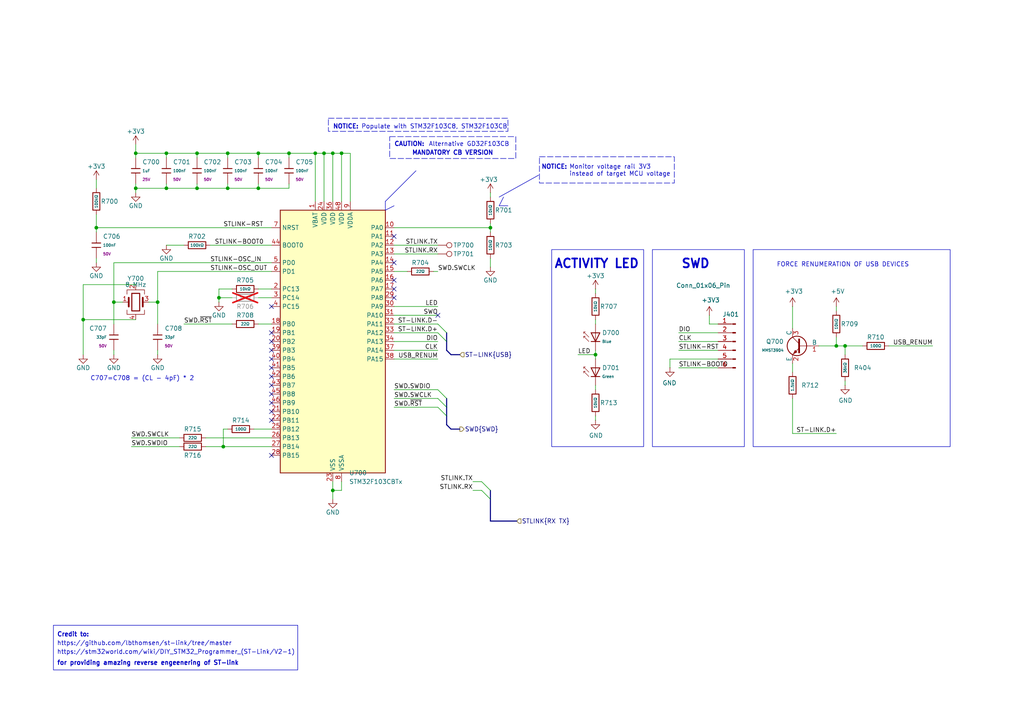
<source format=kicad_sch>
(kicad_sch (version 20250114) (generator "eeschema") (generator_version "9.0")
  (paper "A4")
  (title_block (title "ModuCard power supply unit") (date "2025-08-05") (rev "0") (company "KoNaR") (comment 1 "Base project authors: Dominik Pluta, Artem Horiunov") (comment 2 "Project author: Maciej Chodowiec"))
  (rectangle (start 218.44 72.39) (end 275.59 129.54))
  (rectangle (start 189.23 72.39) (end 215.9 129.54))
  (rectangle (start 113.03 39.624) (end 149.606 45.974) (stroke (width 0) (type dash)))
  (rectangle (start 160.02 72.39) (end 186.69 129.54))
  (rectangle (start 15.494 181.356) (end 86.36 194.31))
  (rectangle (start 156.464 45.466) (end 195.58 53.086) (stroke (width 0) (type dash)))
  (rectangle (start 95.25 34.29) (end 147.32 38.1) (stroke (width 0) (type dash)))
  (text "Alternative GD32F103CB " (at 136.525 41.91 0) (effects (font (size 1.27 1.27))))
  (text "SWD\n" (at 197.485 78.105 0) (effects (font (size 2.54 2.54) (thickness 0.508) (bold yes)) (justify left bottom)))
  (text "NOTICE:" (at 96.52 36.83 0) (effects (font (size 1.27 1.27) (bold yes)) (justify left)))
  (text "C707=C708 = (CL - 4pF) * 2\n" (at 41.275 109.855 0) (effects (font (size 1.27 1.27))))
  (text "Monitor voltage rail 3V3 \ninstead of target MCU voltage" (at 165.1 49.53 0) (effects (font (size 1.27 1.27)) (justify left)))
  (text "https://stm32world.com/wiki/DIY_STM32_Programmer_(ST-Link/V2-1)" (at 16.51 189.23 0) (effects (font (size 1.27 1.27)) (justify left)))
  (text "CAUTION:" (at 118.745 41.91 0) (effects (font (size 1.27 1.27) (bold yes))))
  (text "Populate with STM32F103C8, STM32F103CB\n" (at 104.775 36.83 0) (effects (font (size 1.27 1.27)) (justify left)))
  (text "ACTIVITY LED\n" (at 160.655 78.105 0) (effects (font (size 2.54 2.54) (thickness 0.508) (bold yes)) (justify left bottom)))
  (text "for providing amazing reverse engeenering of ST-link\n" (at 16.51 192.405 0) (effects (font (size 1.27 1.27) (bold yes)) (justify left)))
  (text " MANDATORY CB VERSION" (at 130.81 44.45 0) (effects (font (size 1.27 1.27) (bold yes))))
  (text "FORCE RENUMERATION OF USB DEVICES" (at 244.475 76.835 0) (effects (font (size 1.27 1.27))))
  (text "https://github.com/lbthomsen/st-link/tree/master" (at 16.51 186.69 0) (effects (font (size 1.27 1.27)) (justify left)))
  (text "NOTICE:" (at 160.782 48.514 0) (effects (font (size 1.27 1.27) (bold yes))))
  (text "Credit to:" (at 16.51 184.15 0) (effects (font (size 1.27 1.27) (bold yes)) (justify left)))
  (junction (at 63.5 86.36))
  (junction (at 39.37 44.45))
  (junction (at 66.04 54.61))
  (junction (at 27.94 66.04))
  (junction (at 83.82 44.45))
  (junction (at 91.44 44.45))
  (junction (at 39.37 54.61))
  (junction (at 99.06 44.45))
  (junction (at 66.04 44.45))
  (junction (at 74.93 44.45))
  (junction (at 245.11 100.33))
  (junction (at 48.26 44.45))
  (junction (at 33.02 87.63))
  (junction (at 172.72 102.87))
  (junction (at 96.52 44.45))
  (junction (at 57.15 44.45))
  (junction (at 64.77 129.54))
  (junction (at 96.52 142.24))
  (junction (at 57.15 54.61))
  (junction (at 24.13 92.71))
  (junction (at 242.57 100.33))
  (junction (at 48.26 54.61))
  (junction (at 93.98 44.45))
  (junction (at 45.72 87.63))
  (junction (at 74.93 54.61))
  (junction (at 142.24 66.04))
  (no_connect (at 114.3 76.2))
  (no_connect (at 78.74 99.06))
  (no_connect (at 78.74 106.68))
  (no_connect (at 78.74 88.9))
  (no_connect (at 78.74 121.92))
  (no_connect (at 78.74 111.76))
  (no_connect (at 114.3 86.36))
  (no_connect (at 78.74 114.3))
  (no_connect (at 78.74 132.08))
  (no_connect (at 114.3 68.58))
  (no_connect (at 78.74 96.52))
  (no_connect (at 114.3 83.82))
  (no_connect (at 127 91.44))
  (no_connect (at 78.74 101.6))
  (no_connect (at 114.3 81.28))
  (no_connect (at 78.74 119.38))
  (no_connect (at 78.74 116.84))
  (no_connect (at 78.74 104.14))
  (no_connect (at 78.74 109.22))
  (bus_entry (at 127 115.57) (size 2.54 2.54))
  (bus_entry (at 127 96.52) (size 2.54 2.54))
  (bus_entry (at 139.7 142.24) (size 2.54 2.54))
  (bus_entry (at 127 93.98) (size 2.54 2.54))
  (bus_entry (at 127 118.11) (size 2.54 2.54))
  (bus_entry (at 139.7 139.7) (size 2.54 2.54))
  (bus_entry (at 127 113.03) (size 2.54 2.54))
  (wire (pts (xy 27.94 66.04) (xy 78.74 66.04)))
  (wire (pts (xy 114.3 73.66) (xy 127 73.66)))
  (bus (pts (xy 142.24 151.13) (xy 149.86 151.13)))
  (bus (pts (xy 130.81 102.87) (xy 129.54 101.6)))
  (wire (pts (xy 245.11 110.49) (xy 245.11 111.76)))
  (wire (pts (xy 229.87 125.73) (xy 242.57 125.73)))
  (wire (pts (xy 242.57 100.33) (xy 245.11 100.33)))
  (bus (pts (xy 129.54 99.06) (xy 129.54 101.6)))
  (wire (pts (xy 38.1 129.54) (xy 52.07 129.54)))
  (wire (pts (xy 99.06 44.45) (xy 99.06 58.42)))
  (bus (pts (xy 130.81 124.46) (xy 133.35 124.46)))
  (wire (pts (xy 38.1 127) (xy 52.07 127)))
  (wire (pts (xy 101.6 58.42) (xy 101.6 44.45)))
  (wire (pts (xy 74.93 54.61) (xy 83.82 54.61)))
  (wire (pts (xy 39.37 41.91) (xy 39.37 44.45)))
  (wire (pts (xy 48.26 44.45) (xy 57.15 44.45)))
  (wire (pts (xy 33.02 76.2) (xy 33.02 87.63)))
  (polyline (pts (xy 111.76 58.42) (xy 111.76 60.96)))
  (wire (pts (xy 114.3 93.98) (xy 127 93.98)))
  (wire (pts (xy 66.04 53.34) (xy 66.04 54.61)))
  (wire (pts (xy 114.3 78.74) (xy 118.11 78.74)))
  (wire (pts (xy 114.3 91.44) (xy 127 91.44)))
  (wire (pts (xy 196.85 106.68) (xy 208.28 106.68)))
  (wire (pts (xy 196.85 101.6) (xy 208.28 101.6)))
  (wire (pts (xy 64.77 124.46) (xy 64.77 129.54)))
  (wire (pts (xy 96.52 142.24) (xy 96.52 144.78)))
  (wire (pts (xy 127 104.14) (xy 114.3 104.14)))
  (wire (pts (xy 142.24 66.04) (xy 142.24 67.31)))
  (wire (pts (xy 114.3 113.03) (xy 127 113.03)))
  (bus (pts (xy 130.81 102.87) (xy 133.35 102.87)))
  (wire (pts (xy 242.57 100.33) (xy 237.49 100.33)))
  (bus (pts (xy 129.54 123.19) (xy 130.81 124.46)))
  (wire (pts (xy 101.6 44.45) (xy 99.06 44.45)))
  (wire (pts (xy 99.06 139.7) (xy 99.06 142.24)))
  (wire (pts (xy 39.37 82.55) (xy 24.13 82.55)))
  (wire (pts (xy 33.02 76.2) (xy 78.74 76.2)))
  (wire (pts (xy 63.5 83.82) (xy 63.5 86.36)))
  (wire (pts (xy 27.94 66.04) (xy 27.94 67.31)))
  (wire (pts (xy 245.11 102.87) (xy 245.11 100.33)))
  (wire (pts (xy 64.77 124.46) (xy 66.04 124.46)))
  (wire (pts (xy 172.72 121.92) (xy 172.72 120.65)))
  (wire (pts (xy 74.93 83.82) (xy 78.74 83.82)))
  (wire (pts (xy 74.93 44.45) (xy 83.82 44.45)))
  (wire (pts (xy 57.15 44.45) (xy 57.15 45.72)))
  (wire (pts (xy 99.06 44.45) (xy 96.52 44.45)))
  (wire (pts (xy 53.34 93.98) (xy 67.31 93.98)))
  (wire (pts (xy 270.51 100.33) (xy 257.81 100.33)))
  (wire (pts (xy 205.74 91.44) (xy 205.74 93.98)))
  (wire (pts (xy 229.87 105.41) (xy 229.87 107.95)))
  (wire (pts (xy 196.85 99.06) (xy 208.28 99.06)))
  (wire (pts (xy 57.15 44.45) (xy 66.04 44.45)))
  (wire (pts (xy 127 88.9) (xy 114.3 88.9)))
  (bus (pts (xy 129.54 118.11) (xy 129.54 115.57)))
  (wire (pts (xy 33.02 87.63) (xy 33.02 93.98)))
  (wire (pts (xy 66.04 44.45) (xy 74.93 44.45)))
  (wire (pts (xy 48.26 44.45) (xy 48.26 45.72)))
  (wire (pts (xy 96.52 142.24) (xy 99.06 142.24)))
  (wire (pts (xy 114.3 96.52) (xy 127 96.52)))
  (wire (pts (xy 59.69 127) (xy 78.74 127)))
  (wire (pts (xy 242.57 97.79) (xy 242.57 100.33)))
  (bus (pts (xy 129.54 120.65) (xy 129.54 123.19)))
  (wire (pts (xy 142.24 64.77) (xy 142.24 66.04)))
  (wire (pts (xy 39.37 54.61) (xy 48.26 54.61)))
  (wire (pts (xy 127 101.6) (xy 114.3 101.6)))
  (bus (pts (xy 142.24 142.24) (xy 142.24 144.78)))
  (wire (pts (xy 24.13 92.71) (xy 24.13 102.87)))
  (polyline (pts (xy 111.76 60.96) (xy 114.3 59.69)))
  (wire (pts (xy 96.52 44.45) (xy 96.52 58.42)))
  (wire (pts (xy 114.3 115.57) (xy 127 115.57)))
  (wire (pts (xy 60.96 71.12) (xy 78.74 71.12)))
  (wire (pts (xy 83.82 53.34) (xy 83.82 54.61)))
  (wire (pts (xy 27.94 74.93) (xy 27.94 76.2)))
  (wire (pts (xy 229.87 115.57) (xy 229.87 125.73)))
  (wire (pts (xy 172.72 85.09) (xy 172.72 83.82)))
  (wire (pts (xy 45.72 87.63) (xy 45.72 93.98)))
  (wire (pts (xy 91.44 44.45) (xy 93.98 44.45)))
  (wire (pts (xy 194.31 104.14) (xy 208.28 104.14)))
  (wire (pts (xy 39.37 44.45) (xy 48.26 44.45)))
  (wire (pts (xy 78.74 86.36) (xy 74.93 86.36)))
  (wire (pts (xy 43.18 87.63) (xy 45.72 87.63)))
  (wire (pts (xy 74.93 53.34) (xy 74.93 54.61)))
  (wire (pts (xy 39.37 53.34) (xy 39.37 54.61)))
  (wire (pts (xy 142.24 55.88) (xy 142.24 57.15)))
  (wire (pts (xy 48.26 71.12) (xy 53.34 71.12)))
  (wire (pts (xy 73.66 124.46) (xy 78.74 124.46)))
  (wire (pts (xy 83.82 44.45) (xy 91.44 44.45)))
  (wire (pts (xy 114.3 71.12) (xy 127 71.12)))
  (wire (pts (xy 27.94 52.07) (xy 27.94 54.61)))
  (wire (pts (xy 64.77 129.54) (xy 78.74 129.54)))
  (wire (pts (xy 142.24 74.93) (xy 142.24 77.47)))
  (wire (pts (xy 48.26 53.34) (xy 48.26 54.61)))
  (wire (pts (xy 63.5 83.82) (xy 67.31 83.82)))
  (wire (pts (xy 74.93 44.45) (xy 74.93 45.72)))
  (wire (pts (xy 114.3 66.04) (xy 142.24 66.04)))
  (bus (pts (xy 142.24 144.78) (xy 142.24 151.13)))
  (bus (pts (xy 129.54 118.11) (xy 129.54 120.65)))
  (bus (pts (xy 129.54 96.52) (xy 129.54 99.06)))
  (wire (pts (xy 45.72 78.74) (xy 78.74 78.74)))
  (wire (pts (xy 57.15 53.34) (xy 57.15 54.61)))
  (wire (pts (xy 172.72 111.76) (xy 172.72 113.03)))
  (wire (pts (xy 27.94 62.23) (xy 27.94 66.04)))
  (wire (pts (xy 242.57 88.9) (xy 242.57 90.17)))
  (wire (pts (xy 229.87 88.9) (xy 229.87 95.25)))
  (polyline (pts (xy 156.21 50.8) (xy 144.78 57.15)))
  (wire (pts (xy 63.5 86.36) (xy 63.5 87.63)))
  (wire (pts (xy 66.04 54.61) (xy 74.93 54.61)))
  (wire (pts (xy 45.72 78.74) (xy 45.72 87.63)))
  (wire (pts (xy 74.93 93.98) (xy 78.74 93.98)))
  (wire (pts (xy 250.19 100.33) (xy 245.11 100.33)))
  (polyline (pts (xy 144.78 59.69) (xy 147.32 59.69)))
  (wire (pts (xy 39.37 44.45) (xy 39.37 45.72)))
  (wire (pts (xy 137.16 142.24) (xy 139.7 142.24)))
  (wire (pts (xy 39.37 54.61) (xy 39.37 55.88)))
  (wire (pts (xy 33.02 87.63) (xy 35.56 87.63)))
  (wire (pts (xy 24.13 92.71) (xy 39.37 92.71)))
  (wire (pts (xy 114.3 99.06) (xy 127 99.06)))
  (wire (pts (xy 196.85 96.52) (xy 208.28 96.52)))
  (wire (pts (xy 48.26 54.61) (xy 57.15 54.61)))
  (wire (pts (xy 91.44 44.45) (xy 91.44 58.42)))
  (wire (pts (xy 205.74 93.98) (xy 208.28 93.98)))
  (wire (pts (xy 93.98 44.45) (xy 93.98 58.42)))
  (wire (pts (xy 114.3 118.11) (xy 127 118.11)))
  (wire (pts (xy 45.72 101.6) (xy 45.72 102.87)))
  (wire (pts (xy 172.72 93.98) (xy 172.72 92.71)))
  (wire (pts (xy 59.69 129.54) (xy 64.77 129.54)))
  (wire (pts (xy 66.04 44.45) (xy 66.04 45.72)))
  (polyline (pts (xy 144.78 59.69) (xy 146.05 57.15)))
  (wire (pts (xy 172.72 102.87) (xy 167.64 102.87)))
  (wire (pts (xy 63.5 86.36) (xy 67.31 86.36)))
  (wire (pts (xy 125.73 78.74) (xy 127 78.74)))
  (wire (pts (xy 33.02 101.6) (xy 33.02 102.87)))
  (wire (pts (xy 57.15 54.61) (xy 66.04 54.61)))
  (wire (pts (xy 172.72 101.6) (xy 172.72 102.87)))
  (wire (pts (xy 96.52 139.7) (xy 96.52 142.24)))
  (wire (pts (xy 83.82 45.72) (xy 83.82 44.45)))
  (wire (pts (xy 96.52 44.45) (xy 93.98 44.45)))
  (wire (pts (xy 172.72 104.14) (xy 172.72 102.87)))
  (wire (pts (xy 24.13 82.55) (xy 24.13 92.71)))
  (polyline (pts (xy 120.65 49.53) (xy 111.76 58.42)))
  (wire (pts (xy 194.31 104.14) (xy 194.31 106.68)))
  (wire (pts (xy 137.16 139.7) (xy 139.7 139.7)))
  (label "STLINK.RX" (at 137.16 142.24 180))
  (label "STLINK.RX" (at 127 73.66 180))
  (label "STLINK-BOOT0" (at 196.85 106.68 0))
  (label "SWO" (at 127 91.44 180))
  (label "ST-LINK.D-" (at 127 93.98 180))
  (label "STLINK-RST" (at 196.85 101.6 0))
  (label "STLINK.TX" (at 137.16 139.7 180))
  (label "USB_RENUM" (at 127 104.14 180))
  (label "SWD.SWDIO" (at 114.3 113.03 0))
  (label "STLINK.TX" (at 127 71.12 180))
  (label "STLINK-BOOT0" (at 62.23 71.12 0))
  (label "SWD.SWCLK" (at 114.3 115.57 0))
  (label "SWD.SWDIO" (at 38.1 129.54 0))
  (label "CLK" (at 196.85 99.06 0))
  (label "LED" (at 127 88.9 180))
  (label "LED" (at 167.64 102.87 0))
  (label "STLINK-RST" (at 64.77 66.04 0))
  (label "STLINK-OSC_OUT" (at 60.96 78.74 0))
  (label "ST-LINK.D+" (at 127 96.52 180))
  (label "USB_RENUM" (at 270.51 100.33 180))
  (label "SWD.~{RST}" (at 114.3 118.11 0))
  (label "SWD.SWCLK" (at 127 78.74 0))
  (label "STLINK-OSC_IN" (at 60.96 76.2 0))
  (label "ST-LINK.D+" (at 242.57 125.73 180))
  (label "SWD.~{RST}" (at 53.34 93.98 0))
  (label "SWD.SWCLK" (at 38.1 127 0))
  (label "DIO" (at 196.85 96.52 0))
  (label "CLK" (at 127 101.6 180))
  (label "DIO" (at 127 99.06 180))
  (hierarchical_label "STLINK{RX TX}" (shape input) (at 149.86 151.13 0))
  (hierarchical_label "SWD{SWD}" (shape output) (at 133.35 124.46 0))
  (hierarchical_label "ST-LINK{USB}" (shape input) (at 133.35 102.87 0))
  (symbol (lib_id "PCM_JLCPCB-Capacitors:0402,33pF") (at 33.02 97.79 0) (unit 1)
    (property "Reference" "C707" (at 30.988 95.2499 0) (effects (justify right)))
    (property "Value" "33pF" (at 30.988 97.79 0) (effects (font (size 0.8 0.8)) (justify right)))
    (property "Footprint" "PCM_JLCPCB:C_0402" (effects (hide yes)))
    (property "Datasheet" "https://www.lcsc.com/datasheet/lcsc_datasheet_2304140030_FH--Guangdong-Fenghua-Advanced-Tech-0402CG330J500NT_C1562.pdf" (effects (hide yes)))
    (property "Description" "50V 33pF C0G ±5% 0402 Multilayer Ceramic Capacitors MLCC - SMD/SMT ROHS" (effects (hide yes)))
    (property "LCSC" "C1562" (effects (hide yes)))
    (property "Stock" "404899" (effects (hide yes)))
    (property "Price" "0.004USD" (effects (hide yes)))
    (property "Process" "SMT" (effects (hide yes)))
    (property "Minimum Qty" "20" (effects (hide yes)))
    (property "Attrition Qty" "10" (effects (hide yes)))
    (property "Class" "Basic Component" (effects (hide yes)))
    (property "Category" "Capacitors,Multilayer Ceramic Capacitors MLCC - SMD/SMT" (effects (hide yes)))
    (property "Manufacturer" "FH(Guangdong Fenghua Advanced Tech)" (effects (hide yes)))
    (property "Part" "0402CG330J500NT" (effects (hide yes)))
    (property "Voltage Rated" "50V" (at 30.988 100.33 0) (effects (font (size 0.8 0.8)) (justify right)))
    (property "Tolerance" "±5%" (effects (hide yes)))
    (property "Capacitance" "33pF" (effects (hide yes)))
    (property "Temperature Coefficient" "C0G" (effects (hide yes)))
  )
  (symbol (lib_id "power:GND") (at 27.94 76.2 0) (unit 1)
    (property "Reference" "#PWR0705" (effects (hide yes)))
    (property "Value" "GND" (at 27.94 80.01 0))
    (property "Description" "Power symbol creates a global label with name \"GND\" , ground" (effects (hide yes)))
  )
  (symbol (lib_id "PCM_JLCPCB-Capacitors:0402,100nF,(2)") (at 27.94 71.12 0) (unit 1)
    (property "Reference" "C706" (at 29.845 68.5799 0) (effects (justify left)))
    (property "Value" "100nF" (at 29.845 71.12 0) (effects (font (size 0.8 0.8)) (justify left)))
    (property "Footprint" "PCM_JLCPCB:C_0402" (effects (hide yes)))
    (property "Datasheet" "https://www.lcsc.com/datasheet/lcsc_datasheet_2304140030_Samsung-Electro-Mechanics-CL05B104KB54PNC_C307331.pdf" (effects (hide yes)))
    (property "Description" "50V 100nF X7R ±10% 0402 Multilayer Ceramic Capacitors MLCC - SMD/SMT ROHS" (effects (hide yes)))
    (property "LCSC" "C307331" (effects (hide yes)))
    (property "Stock" "8389599" (effects (hide yes)))
    (property "Price" "0.008USD" (effects (hide yes)))
    (property "Process" "SMT" (effects (hide yes)))
    (property "Minimum Qty" "20" (effects (hide yes)))
    (property "Attrition Qty" "10" (effects (hide yes)))
    (property "Class" "Basic Component" (effects (hide yes)))
    (property "Category" "Capacitors,Multilayer Ceramic Capacitors MLCC - SMD/SMT" (effects (hide yes)))
    (property "Manufacturer" "Samsung Electro-Mechanics" (effects (hide yes)))
    (property "Part" "CL05B104KB54PNC" (effects (hide yes)))
    (property "Voltage Rated" "50V" (at 29.845 73.66 0) (effects (font (size 0.8 0.8)) (justify left)))
    (property "Tolerance" "±10%" (effects (hide yes)))
    (property "Capacitance" "100nF" (effects (hide yes)))
    (property "Temperature Coefficient" "X7R" (effects (hide yes)))
  )
  (symbol (lib_id "power:GND") (at 39.37 55.88 0) (unit 1)
    (property "Reference" "#PWR0703" (effects (hide yes)))
    (property "Value" "GND" (at 39.37 59.69 0))
    (property "Description" "Power symbol creates a global label with name \"GND\" , ground" (effects (hide yes)))
  )
  (symbol (lib_id "power:GND") (at 24.13 102.87 0) (unit 1)
    (property "Reference" "#PWR0331" (effects (hide yes)))
    (property "Value" "GND" (at 24.13 106.68 0))
    (property "Description" "Power symbol creates a global label with name \"GND\" , ground" (effects (hide yes)))
  )
  (symbol (lib_id "PCM_JLCPCB-Resistors:0402,10kΩ") (at 71.12 86.36 90) (unit 1) (in_bom no) (dnp yes)
    (property "Reference" "R706" (at 71.12 88.9 90))
    (property "Value" "10kΩ" (at 71.12 86.36 90) (effects (font (size 0.8 0.8))))
    (property "Footprint" "PCM_JLCPCB:R_0402" (effects (hide yes)))
    (property "Datasheet" "https://www.lcsc.com/datasheet/lcsc_datasheet_2411221126_UNI-ROYAL-Uniroyal-Elec-0402WGF1002TCE_C25744.pdf" (effects (hide yes)))
    (property "Description" "62.5mW Thick Film Resistors 50V ±100ppm/°C ±1% 10kΩ 0402 Chip Resistor - Surface Mount ROHS" (effects (hide yes)))
    (property "LCSC" "C25744" (effects (hide yes)))
    (property "Stock" "24372091" (effects (hide yes)))
    (property "Price" "0.004USD" (effects (hide yes)))
    (property "Process" "SMT" (effects (hide yes)))
    (property "Minimum Qty" "20" (effects (hide yes)))
    (property "Attrition Qty" "10" (effects (hide yes)))
    (property "Class" "Basic Component" (effects (hide yes)))
    (property "Category" "Resistors,Chip Resistor - Surface Mount" (effects (hide yes)))
    (property "Manufacturer" "UNI-ROYAL(Uniroyal Elec)" (effects (hide yes)))
    (property "Part" "0402WGF1002TCE" (effects (hide yes)))
    (property "Resistance" "10kΩ" (effects (hide yes)))
    (property "Power(Watts)" "62.5mW" (effects (hide yes)))
    (property "Type" "Thick Film Resistors" (effects (hide yes)))
    (property "Overload Voltage (Max)" "50V" (effects (hide yes)))
    (property "Operating Temperature Range" "-55°C~+155°C" (effects (hide yes)))
    (property "Tolerance" "±1%" (effects (hide yes)))
    (property "Temperature Coefficient" "±100ppm/°C" (effects (hide yes)))
  )
  (symbol (lib_id "power:GND") (at 142.24 77.47 0) (unit 1)
    (property "Reference" "#PWR0706" (effects (hide yes)))
    (property "Value" "GND" (at 142.24 81.28 0))
    (property "Description" "Power symbol creates a global label with name \"GND\" , ground" (effects (hide yes)))
  )
  (symbol (lib_id "PCM_JLCPCB-Capacitors:0402,100nF,(2)") (at 83.82 49.53 0) (unit 1)
    (property "Reference" "C705" (at 85.725 46.9899 0) (effects (justify left)))
    (property "Value" "100nF" (at 85.725 49.53 0) (effects (font (size 0.8 0.8)) (justify left)))
    (property "Footprint" "PCM_JLCPCB:C_0402" (effects (hide yes)))
    (property "Datasheet" "https://www.lcsc.com/datasheet/lcsc_datasheet_2304140030_Samsung-Electro-Mechanics-CL05B104KB54PNC_C307331.pdf" (effects (hide yes)))
    (property "Description" "50V 100nF X7R ±10% 0402 Multilayer Ceramic Capacitors MLCC - SMD/SMT ROHS" (effects (hide yes)))
    (property "LCSC" "C307331" (effects (hide yes)))
    (property "Stock" "8389599" (effects (hide yes)))
    (property "Price" "0.008USD" (effects (hide yes)))
    (property "Process" "SMT" (effects (hide yes)))
    (property "Minimum Qty" "20" (effects (hide yes)))
    (property "Attrition Qty" "10" (effects (hide yes)))
    (property "Class" "Basic Component" (effects (hide yes)))
    (property "Category" "Capacitors,Multilayer Ceramic Capacitors MLCC - SMD/SMT" (effects (hide yes)))
    (property "Manufacturer" "Samsung Electro-Mechanics" (effects (hide yes)))
    (property "Part" "CL05B104KB54PNC" (effects (hide yes)))
    (property "Voltage Rated" "50V" (at 85.725 52.07 0) (effects (font (size 0.8 0.8)) (justify left)))
    (property "Tolerance" "±10%" (effects (hide yes)))
    (property "Capacitance" "100nF" (effects (hide yes)))
    (property "Temperature Coefficient" "X7R" (effects (hide yes)))
  )
  (symbol (lib_id "power:GND") (at 45.72 102.87 0) (unit 1)
    (property "Reference" "#PWR0713" (effects (hide yes)))
    (property "Value" "GND" (at 45.72 106.68 0))
    (property "Description" "Power symbol creates a global label with name \"GND\" , ground" (effects (hide yes)))
  )
  (symbol (lib_id "PCM_JLCPCB-Resistors:0402,22Ω") (at 71.12 93.98 90) (unit 1)
    (property "Reference" "R708" (at 71.12 91.44 90))
    (property "Value" "22Ω" (at 71.12 93.98 90) (effects (font (size 0.8 0.8))))
    (property "Footprint" "PCM_JLCPCB:R_0402" (effects (hide yes)))
    (property "Datasheet" "https://www.lcsc.com/datasheet/lcsc_datasheet_2205311900_UNI-ROYAL-Uniroyal-Elec-0402WGF220JTCE_C25092.pdf" (effects (hide yes)))
    (property "Description" "62.5mW Thick Film Resistors 50V ±1% ±100ppm/°C 22Ω 0402 Chip Resistor - Surface Mount ROHS" (effects (hide yes)))
    (property "LCSC" "C25092" (effects (hide yes)))
    (property "Stock" "7466061" (effects (hide yes)))
    (property "Price" "0.004USD" (effects (hide yes)))
    (property "Process" "SMT" (effects (hide yes)))
    (property "Minimum Qty" "20" (effects (hide yes)))
    (property "Attrition Qty" "10" (effects (hide yes)))
    (property "Class" "Basic Component" (effects (hide yes)))
    (property "Category" "Resistors,Chip Resistor - Surface Mount" (effects (hide yes)))
    (property "Manufacturer" "UNI-ROYAL(Uniroyal Elec)" (effects (hide yes)))
    (property "Part" "0402WGF220JTCE" (effects (hide yes)))
    (property "Resistance" "22Ω" (effects (hide yes)))
    (property "Power(Watts)" "62.5mW" (effects (hide yes)))
    (property "Type" "Thick Film Resistors" (effects (hide yes)))
    (property "Overload Voltage (Max)" "50V" (effects (hide yes)))
    (property "Operating Temperature Range" "-55°C~+155°C" (effects (hide yes)))
    (property "Tolerance" "±1%" (effects (hide yes)))
    (property "Temperature Coefficient" "±100ppm/°C" (effects (hide yes)))
  )
  (symbol (lib_id "power:GND") (at 48.26 71.12 0) (unit 1)
    (property "Reference" "#PWR0704" (effects (hide yes)))
    (property "Value" "GND" (at 48.26 74.93 0))
    (property "Description" "Power symbol creates a global label with name \"GND\" , ground" (effects (hide yes)))
  )
  (symbol (lib_id "PCM_JLCPCB-Capacitors:0402,100nF,(2)") (at 74.93 49.53 0) (unit 1)
    (property "Reference" "C704" (at 76.835 46.9899 0) (effects (justify left)))
    (property "Value" "100nF" (at 76.835 49.53 0) (effects (font (size 0.8 0.8)) (justify left)))
    (property "Footprint" "PCM_JLCPCB:C_0402" (effects (hide yes)))
    (property "Datasheet" "https://www.lcsc.com/datasheet/lcsc_datasheet_2304140030_Samsung-Electro-Mechanics-CL05B104KB54PNC_C307331.pdf" (effects (hide yes)))
    (property "Description" "50V 100nF X7R ±10% 0402 Multilayer Ceramic Capacitors MLCC - SMD/SMT ROHS" (effects (hide yes)))
    (property "LCSC" "C307331" (effects (hide yes)))
    (property "Stock" "8389599" (effects (hide yes)))
    (property "Price" "0.008USD" (effects (hide yes)))
    (property "Process" "SMT" (effects (hide yes)))
    (property "Minimum Qty" "20" (effects (hide yes)))
    (property "Attrition Qty" "10" (effects (hide yes)))
    (property "Class" "Basic Component" (effects (hide yes)))
    (property "Category" "Capacitors,Multilayer Ceramic Capacitors MLCC - SMD/SMT" (effects (hide yes)))
    (property "Manufacturer" "Samsung Electro-Mechanics" (effects (hide yes)))
    (property "Part" "CL05B104KB54PNC" (effects (hide yes)))
    (property "Voltage Rated" "50V" (at 76.835 52.07 0) (effects (font (size 0.8 0.8)) (justify left)))
    (property "Tolerance" "±10%" (effects (hide yes)))
    (property "Capacitance" "100nF" (effects (hide yes)))
    (property "Temperature Coefficient" "X7R" (effects (hide yes)))
  )
  (symbol (lib_id "Connector:Conn_01x06_Pin") (at 213.36 99.06 0) (mirror y) (unit 1) (in_bom no)
    (property "Reference" "J401" (at 209.55 91.186 0) (effects (justify right)))
    (property "Value" "Conn_01x06_Pin" (at 196.088 82.804 0) (effects (justify right)))
    (property "Footprint" "Connector_PinHeader_1.27mm:PinHeader_1x06_P1.27mm_Vertical" (effects (hide yes)))
    (property "Description" "Generic connector, single row, 01x06, script generated" (effects (hide yes)))
  )
  (symbol (lib_id "power:+3V3") (at 205.74 91.44 0) (unit 1)
    (property "Reference" "#PWR0711" (effects (hide yes)))
    (property "Value" "+3V3" (at 206.121 87.0458 0))
    (property "Description" "Power symbol creates a global label with name \"+3V3\"" (effects (hide yes)))
  )
  (symbol (lib_id "power:GND") (at 245.11 111.76 0) (unit 1)
    (property "Reference" "#PWR0715" (effects (hide yes)))
    (property "Value" "GND" (at 245.237 116.1542 0))
    (property "Description" "Power symbol creates a global label with name \"GND\" , ground" (effects (hide yes)))
  )
  (symbol (lib_id "PCM_JLCPCB-Resistors:0402,10kΩ") (at 172.72 116.84 0) (unit 1)
    (property "Reference" "R713" (at 173.99 116.84 0) (effects (justify left)))
    (property "Value" "10kΩ" (at 172.72 116.84 90) (effects (font (size 0.8 0.8))))
    (property "Footprint" "PCM_JLCPCB:R_0402" (effects (hide yes)))
    (property "Datasheet" "https://www.lcsc.com/datasheet/lcsc_datasheet_2411221126_UNI-ROYAL-Uniroyal-Elec-0402WGF1002TCE_C25744.pdf" (effects (hide yes)))
    (property "Description" "62.5mW Thick Film Resistors 50V ±100ppm/°C ±1% 10kΩ 0402 Chip Resistor - Surface Mount ROHS" (effects (hide yes)))
    (property "LCSC" "C25744" (effects (hide yes)))
    (property "Stock" "24372091" (effects (hide yes)))
    (property "Price" "0.004USD" (effects (hide yes)))
    (property "Process" "SMT" (effects (hide yes)))
    (property "Minimum Qty" "20" (effects (hide yes)))
    (property "Attrition Qty" "10" (effects (hide yes)))
    (property "Class" "Basic Component" (effects (hide yes)))
    (property "Category" "Resistors,Chip Resistor - Surface Mount" (effects (hide yes)))
    (property "Manufacturer" "UNI-ROYAL(Uniroyal Elec)" (effects (hide yes)))
    (property "Part" "0402WGF1002TCE" (effects (hide yes)))
    (property "Resistance" "10kΩ" (effects (hide yes)))
    (property "Power(Watts)" "62.5mW" (effects (hide yes)))
    (property "Type" "Thick Film Resistors" (effects (hide yes)))
    (property "Overload Voltage (Max)" "50V" (effects (hide yes)))
    (property "Operating Temperature Range" "-55°C~+155°C" (effects (hide yes)))
    (property "Tolerance" "±1%" (effects (hide yes)))
    (property "Temperature Coefficient" "±100ppm/°C" (effects (hide yes)))
  )
  (symbol (lib_id "PCM_JLCPCB-Resistors:0402,22Ω") (at 121.92 78.74 90) (unit 1)
    (property "Reference" "R704" (at 121.92 76.2 90))
    (property "Value" "22Ω" (at 121.92 78.74 90) (effects (font (size 0.8 0.8))))
    (property "Footprint" "PCM_JLCPCB:R_0402" (effects (hide yes)))
    (property "Datasheet" "https://www.lcsc.com/datasheet/lcsc_datasheet_2205311900_UNI-ROYAL-Uniroyal-Elec-0402WGF220JTCE_C25092.pdf" (effects (hide yes)))
    (property "Description" "62.5mW Thick Film Resistors 50V ±1% ±100ppm/°C 22Ω 0402 Chip Resistor - Surface Mount ROHS" (effects (hide yes)))
    (property "LCSC" "C25092" (effects (hide yes)))
    (property "Stock" "7466061" (effects (hide yes)))
    (property "Price" "0.004USD" (effects (hide yes)))
    (property "Process" "SMT" (effects (hide yes)))
    (property "Minimum Qty" "20" (effects (hide yes)))
    (property "Attrition Qty" "10" (effects (hide yes)))
    (property "Class" "Basic Component" (effects (hide yes)))
    (property "Category" "Resistors,Chip Resistor - Surface Mount" (effects (hide yes)))
    (property "Manufacturer" "UNI-ROYAL(Uniroyal Elec)" (effects (hide yes)))
    (property "Part" "0402WGF220JTCE" (effects (hide yes)))
    (property "Resistance" "22Ω" (effects (hide yes)))
    (property "Power(Watts)" "62.5mW" (effects (hide yes)))
    (property "Type" "Thick Film Resistors" (effects (hide yes)))
    (property "Overload Voltage (Max)" "50V" (effects (hide yes)))
    (property "Operating Temperature Range" "-55°C~+155°C" (effects (hide yes)))
    (property "Tolerance" "±1%" (effects (hide yes)))
    (property "Temperature Coefficient" "±100ppm/°C" (effects (hide yes)))
  )
  (symbol (lib_id "PCM_JLCPCB-Capacitors:0402,100nF,(2)") (at 48.26 49.53 0) (unit 1)
    (property "Reference" "C701" (at 50.165 46.9899 0) (effects (justify left)))
    (property "Value" "100nF" (at 50.165 49.53 0) (effects (font (size 0.8 0.8)) (justify left)))
    (property "Footprint" "PCM_JLCPCB:C_0402" (effects (hide yes)))
    (property "Datasheet" "https://www.lcsc.com/datasheet/lcsc_datasheet_2304140030_Samsung-Electro-Mechanics-CL05B104KB54PNC_C307331.pdf" (effects (hide yes)))
    (property "Description" "50V 100nF X7R ±10% 0402 Multilayer Ceramic Capacitors MLCC - SMD/SMT ROHS" (effects (hide yes)))
    (property "LCSC" "C307331" (effects (hide yes)))
    (property "Stock" "8389599" (effects (hide yes)))
    (property "Price" "0.008USD" (effects (hide yes)))
    (property "Process" "SMT" (effects (hide yes)))
    (property "Minimum Qty" "20" (effects (hide yes)))
    (property "Attrition Qty" "10" (effects (hide yes)))
    (property "Class" "Basic Component" (effects (hide yes)))
    (property "Category" "Capacitors,Multilayer Ceramic Capacitors MLCC - SMD/SMT" (effects (hide yes)))
    (property "Manufacturer" "Samsung Electro-Mechanics" (effects (hide yes)))
    (property "Part" "CL05B104KB54PNC" (effects (hide yes)))
    (property "Voltage Rated" "50V" (at 50.165 52.07 0) (effects (font (size 0.8 0.8)) (justify left)))
    (property "Tolerance" "±10%" (effects (hide yes)))
    (property "Capacitance" "100nF" (effects (hide yes)))
    (property "Temperature Coefficient" "X7R" (effects (hide yes)))
  )
  (symbol (lib_id "PCM_JLCPCB-Capacitors:0402,100nF,(2)") (at 57.15 49.53 0) (unit 1)
    (property "Reference" "C702" (at 59.055 46.9899 0) (effects (justify left)))
    (property "Value" "100nF" (at 59.055 49.53 0) (effects (font (size 0.8 0.8)) (justify left)))
    (property "Footprint" "PCM_JLCPCB:C_0402" (effects (hide yes)))
    (property "Datasheet" "https://www.lcsc.com/datasheet/lcsc_datasheet_2304140030_Samsung-Electro-Mechanics-CL05B104KB54PNC_C307331.pdf" (effects (hide yes)))
    (property "Description" "50V 100nF X7R ±10% 0402 Multilayer Ceramic Capacitors MLCC - SMD/SMT ROHS" (effects (hide yes)))
    (property "LCSC" "C307331" (effects (hide yes)))
    (property "Stock" "8389599" (effects (hide yes)))
    (property "Price" "0.008USD" (effects (hide yes)))
    (property "Process" "SMT" (effects (hide yes)))
    (property "Minimum Qty" "20" (effects (hide yes)))
    (property "Attrition Qty" "10" (effects (hide yes)))
    (property "Class" "Basic Component" (effects (hide yes)))
    (property "Category" "Capacitors,Multilayer Ceramic Capacitors MLCC - SMD/SMT" (effects (hide yes)))
    (property "Manufacturer" "Samsung Electro-Mechanics" (effects (hide yes)))
    (property "Part" "CL05B104KB54PNC" (effects (hide yes)))
    (property "Voltage Rated" "50V" (at 59.055 52.07 0) (effects (font (size 0.8 0.8)) (justify left)))
    (property "Tolerance" "±10%" (effects (hide yes)))
    (property "Capacitance" "100nF" (effects (hide yes)))
    (property "Temperature Coefficient" "X7R" (effects (hide yes)))
  )
  (symbol (lib_id "PCM_JLCPCB-Resistors:0402,100kΩ") (at 57.15 71.12 90) (unit 1)
    (property "Reference" "R702" (at 57.15 68.58 90))
    (property "Value" "100kΩ" (at 57.15 71.12 90) (effects (font (size 0.8 0.8))))
    (property "Footprint" "PCM_JLCPCB:R_0402" (effects (hide yes)))
    (property "Datasheet" "https://www.lcsc.com/datasheet/lcsc_datasheet_2206010100_UNI-ROYAL-Uniroyal-Elec-0402WGF1003TCE_C25741.pdf" (effects (hide yes)))
    (property "Description" "62.5mW Thick Film Resistors 50V ±100ppm/°C ±1% 100kΩ 0402 Chip Resistor - Surface Mount ROHS" (effects (hide yes)))
    (property "LCSC" "C25741" (effects (hide yes)))
    (property "Stock" "6969783" (effects (hide yes)))
    (property "Price" "0.004USD" (effects (hide yes)))
    (property "Process" "SMT" (effects (hide yes)))
    (property "Minimum Qty" "20" (effects (hide yes)))
    (property "Attrition Qty" "10" (effects (hide yes)))
    (property "Class" "Basic Component" (effects (hide yes)))
    (property "Category" "Resistors,Chip Resistor - Surface Mount" (effects (hide yes)))
    (property "Manufacturer" "UNI-ROYAL(Uniroyal Elec)" (effects (hide yes)))
    (property "Part" "0402WGF1003TCE" (effects (hide yes)))
    (property "Resistance" "100kΩ" (effects (hide yes)))
    (property "Power(Watts)" "62.5mW" (effects (hide yes)))
    (property "Type" "Thick Film Resistors" (effects (hide yes)))
    (property "Overload Voltage (Max)" "50V" (effects (hide yes)))
    (property "Operating Temperature Range" "-55°C~+155°C" (effects (hide yes)))
    (property "Tolerance" "±1%" (effects (hide yes)))
    (property "Temperature Coefficient" "±100ppm/°C" (effects (hide yes)))
  )
  (symbol (lib_id "MCU_ST_STM32F1:STM32F103CBTx") (at 96.52 99.06 0) (unit 1)
    (property "Reference" "U700" (at 101.2541 137.16 0) (effects (justify left)))
    (property "Value" "STM32F103CBTx" (at 101.2541 139.7 0) (effects (justify left)))
    (property "Footprint" "Package_QFP:LQFP-48_7x7mm_P0.5mm" (effects (hide yes)))
    (property "Datasheet" "https://www.st.com/resource/en/datasheet/stm32f103cb.pdf" (effects (hide yes)))
    (property "Description" "STMicroelectronics Arm Cortex-M3 MCU, 128KB flash, 20KB RAM, 72 MHz, 2.0-3.6V, 37 GPIO, LQFP48" (effects (hide yes)))
  )
  (symbol (lib_id "power:+3V3") (at 172.72 83.82 0) (unit 1)
    (property "Reference" "#PWR0707" (effects (hide yes)))
    (property "Value" "+3V3" (at 172.72 80.01 0))
    (property "Description" "Power symbol creates a global label with name \"+3V3\"" (effects (hide yes)))
  )
  (symbol (lib_id "PCM_JLCPCB-Resistors:0402,10kΩ") (at 172.72 88.9 0) (unit 1)
    (property "Reference" "R707" (at 173.99 88.9 0) (effects (justify left)))
    (property "Value" "10kΩ" (at 172.72 88.9 90) (effects (font (size 0.8 0.8))))
    (property "Footprint" "PCM_JLCPCB:R_0402" (effects (hide yes)))
    (property "Datasheet" "https://www.lcsc.com/datasheet/lcsc_datasheet_2411221126_UNI-ROYAL-Uniroyal-Elec-0402WGF1002TCE_C25744.pdf" (effects (hide yes)))
    (property "Description" "62.5mW Thick Film Resistors 50V ±100ppm/°C ±1% 10kΩ 0402 Chip Resistor - Surface Mount ROHS" (effects (hide yes)))
    (property "LCSC" "C25744" (effects (hide yes)))
    (property "Stock" "24372091" (effects (hide yes)))
    (property "Price" "0.004USD" (effects (hide yes)))
    (property "Process" "SMT" (effects (hide yes)))
    (property "Minimum Qty" "20" (effects (hide yes)))
    (property "Attrition Qty" "10" (effects (hide yes)))
    (property "Class" "Basic Component" (effects (hide yes)))
    (property "Category" "Resistors,Chip Resistor - Surface Mount" (effects (hide yes)))
    (property "Manufacturer" "UNI-ROYAL(Uniroyal Elec)" (effects (hide yes)))
    (property "Part" "0402WGF1002TCE" (effects (hide yes)))
    (property "Resistance" "10kΩ" (effects (hide yes)))
    (property "Power(Watts)" "62.5mW" (effects (hide yes)))
    (property "Type" "Thick Film Resistors" (effects (hide yes)))
    (property "Overload Voltage (Max)" "50V" (effects (hide yes)))
    (property "Operating Temperature Range" "-55°C~+155°C" (effects (hide yes)))
    (property "Tolerance" "±1%" (effects (hide yes)))
    (property "Temperature Coefficient" "±100ppm/°C" (effects (hide yes)))
  )
  (symbol (lib_id "PCM_JLCPCB-Resistors:0402,100Ω") (at 69.85 124.46 90) (unit 1)
    (property "Reference" "R714" (at 69.85 121.92 90))
    (property "Value" "100Ω" (at 69.85 124.46 90) (effects (font (size 0.8 0.8))))
    (property "Footprint" "PCM_JLCPCB:R_0402" (effects (hide yes)))
    (property "Datasheet" "https://www.lcsc.com/datasheet/lcsc_datasheet_2205311900_UNI-ROYAL-Uniroyal-Elec-0402WGF1000TCE_C25076.pdf" (effects (hide yes)))
    (property "Description" "62.5mW Thick Film Resistors 50V ±1% ±200ppm/°C 100Ω 0402 Chip Resistor - Surface Mount ROHS" (effects (hide yes)))
    (property "LCSC" "C25076" (effects (hide yes)))
    (property "Stock" "5907585" (effects (hide yes)))
    (property "Price" "0.004USD" (effects (hide yes)))
    (property "Process" "SMT" (effects (hide yes)))
    (property "Minimum Qty" "20" (effects (hide yes)))
    (property "Attrition Qty" "10" (effects (hide yes)))
    (property "Class" "Basic Component" (effects (hide yes)))
    (property "Category" "Resistors,Chip Resistor - Surface Mount" (effects (hide yes)))
    (property "Manufacturer" "UNI-ROYAL(Uniroyal Elec)" (effects (hide yes)))
    (property "Part" "0402WGF1000TCE" (effects (hide yes)))
    (property "Resistance" "100Ω" (effects (hide yes)))
    (property "Power(Watts)" "62.5mW" (effects (hide yes)))
    (property "Type" "Thick Film Resistors" (effects (hide yes)))
    (property "Overload Voltage (Max)" "50V" (effects (hide yes)))
    (property "Operating Temperature Range" "-55°C~+155°C" (effects (hide yes)))
    (property "Tolerance" "±1%" (effects (hide yes)))
    (property "Temperature Coefficient" "±200ppm/°C" (effects (hide yes)))
  )
  (symbol (lib_id "power:GND") (at 172.72 121.92 0) (unit 1)
    (property "Reference" "#PWR0716" (effects (hide yes)))
    (property "Value" "GND" (at 172.847 126.3142 0))
    (property "Description" "Power symbol creates a global label with name \"GND\" , ground" (effects (hide yes)))
  )
  (symbol (lib_id "PCM_JLCPCB-Resistors:0402,22Ω") (at 55.88 129.54 90) (unit 1)
    (property "Reference" "R716" (at 55.88 132.08 90))
    (property "Value" "22Ω" (at 55.88 129.54 90) (effects (font (size 0.8 0.8))))
    (property "Footprint" "PCM_JLCPCB:R_0402" (effects (hide yes)))
    (property "Datasheet" "https://www.lcsc.com/datasheet/lcsc_datasheet_2205311900_UNI-ROYAL-Uniroyal-Elec-0402WGF220JTCE_C25092.pdf" (effects (hide yes)))
    (property "Description" "62.5mW Thick Film Resistors 50V ±1% ±100ppm/°C 22Ω 0402 Chip Resistor - Surface Mount ROHS" (effects (hide yes)))
    (property "LCSC" "C25092" (effects (hide yes)))
    (property "Stock" "7466061" (effects (hide yes)))
    (property "Price" "0.004USD" (effects (hide yes)))
    (property "Process" "SMT" (effects (hide yes)))
    (property "Minimum Qty" "20" (effects (hide yes)))
    (property "Attrition Qty" "10" (effects (hide yes)))
    (property "Class" "Basic Component" (effects (hide yes)))
    (property "Category" "Resistors,Chip Resistor - Surface Mount" (effects (hide yes)))
    (property "Manufacturer" "UNI-ROYAL(Uniroyal Elec)" (effects (hide yes)))
    (property "Part" "0402WGF220JTCE" (effects (hide yes)))
    (property "Resistance" "22Ω" (effects (hide yes)))
    (property "Power(Watts)" "62.5mW" (effects (hide yes)))
    (property "Type" "Thick Film Resistors" (effects (hide yes)))
    (property "Overload Voltage (Max)" "50V" (effects (hide yes)))
    (property "Operating Temperature Range" "-55°C~+155°C" (effects (hide yes)))
    (property "Tolerance" "±1%" (effects (hide yes)))
    (property "Temperature Coefficient" "±100ppm/°C" (effects (hide yes)))
  )
  (symbol (lib_id "power:+3V3") (at 229.87 88.9 0) (unit 1)
    (property "Reference" "#PWR0709" (effects (hide yes)))
    (property "Value" "+3V3" (at 230.251 84.5058 0))
    (property "Description" "Power symbol creates a global label with name \"+3V3\"" (effects (hide yes)))
  )
  (symbol (lib_id "PCM_JLCPCB-Resistors:0402,22Ω") (at 55.88 127 90) (unit 1)
    (property "Reference" "R715" (at 55.88 124.46 90))
    (property "Value" "22Ω" (at 55.88 127 90) (effects (font (size 0.8 0.8))))
    (property "Footprint" "PCM_JLCPCB:R_0402" (effects (hide yes)))
    (property "Datasheet" "https://www.lcsc.com/datasheet/lcsc_datasheet_2205311900_UNI-ROYAL-Uniroyal-Elec-0402WGF220JTCE_C25092.pdf" (effects (hide yes)))
    (property "Description" "62.5mW Thick Film Resistors 50V ±1% ±100ppm/°C 22Ω 0402 Chip Resistor - Surface Mount ROHS" (effects (hide yes)))
    (property "LCSC" "C25092" (effects (hide yes)))
    (property "Stock" "7466061" (effects (hide yes)))
    (property "Price" "0.004USD" (effects (hide yes)))
    (property "Process" "SMT" (effects (hide yes)))
    (property "Minimum Qty" "20" (effects (hide yes)))
    (property "Attrition Qty" "10" (effects (hide yes)))
    (property "Class" "Basic Component" (effects (hide yes)))
    (property "Category" "Resistors,Chip Resistor - Surface Mount" (effects (hide yes)))
    (property "Manufacturer" "UNI-ROYAL(Uniroyal Elec)" (effects (hide yes)))
    (property "Part" "0402WGF220JTCE" (effects (hide yes)))
    (property "Resistance" "22Ω" (effects (hide yes)))
    (property "Power(Watts)" "62.5mW" (effects (hide yes)))
    (property "Type" "Thick Film Resistors" (effects (hide yes)))
    (property "Overload Voltage (Max)" "50V" (effects (hide yes)))
    (property "Operating Temperature Range" "-55°C~+155°C" (effects (hide yes)))
    (property "Tolerance" "±1%" (effects (hide yes)))
    (property "Temperature Coefficient" "±100ppm/°C" (effects (hide yes)))
  )
  (symbol (lib_id "Connector:TestPoint") (at 127 73.66 270) (unit 1) (in_bom no)
    (property "Reference" "TP701" (at 131.445 73.66 90) (effects (justify left)))
    (property "Value" "TestPoint" (effects (hide yes)))
    (property "Footprint" "TestPoint:TestPoint_Pad_D1.0mm" (effects (hide yes)))
    (property "Description" "test point" (effects (hide yes)))
  )
  (symbol (lib_id "PCM_JLCPCB-Resistors:0402,100Ω") (at 254 100.33 90) (unit 1)
    (property "Reference" "R710" (at 254 97.79 90))
    (property "Value" "100Ω" (at 254 100.33 90) (effects (font (size 0.8 0.8))))
    (property "Footprint" "PCM_JLCPCB:R_0402" (effects (hide yes)))
    (property "Datasheet" "https://www.lcsc.com/datasheet/lcsc_datasheet_2205311900_UNI-ROYAL-Uniroyal-Elec-0402WGF1000TCE_C25076.pdf" (effects (hide yes)))
    (property "Description" "62.5mW Thick Film Resistors 50V ±1% ±200ppm/°C 100Ω 0402 Chip Resistor - Surface Mount ROHS" (effects (hide yes)))
    (property "LCSC" "C25076" (effects (hide yes)))
    (property "Stock" "5907585" (effects (hide yes)))
    (property "Price" "0.004USD" (effects (hide yes)))
    (property "Process" "SMT" (effects (hide yes)))
    (property "Minimum Qty" "20" (effects (hide yes)))
    (property "Attrition Qty" "10" (effects (hide yes)))
    (property "Class" "Basic Component" (effects (hide yes)))
    (property "Category" "Resistors,Chip Resistor - Surface Mount" (effects (hide yes)))
    (property "Manufacturer" "UNI-ROYAL(Uniroyal Elec)" (effects (hide yes)))
    (property "Part" "0402WGF1000TCE" (effects (hide yes)))
    (property "Resistance" "100Ω" (effects (hide yes)))
    (property "Power(Watts)" "62.5mW" (effects (hide yes)))
    (property "Type" "Thick Film Resistors" (effects (hide yes)))
    (property "Overload Voltage (Max)" "50V" (effects (hide yes)))
    (property "Operating Temperature Range" "-55°C~+155°C" (effects (hide yes)))
    (property "Tolerance" "±1%" (effects (hide yes)))
    (property "Temperature Coefficient" "±200ppm/°C" (effects (hide yes)))
  )
  (symbol (lib_id "PCM_JLCPCB-Resistors:0402,10kΩ") (at 242.57 93.98 0) (unit 1)
    (property "Reference" "R709" (at 243.84 93.98 0) (effects (justify left)))
    (property "Value" "10kΩ" (at 242.57 93.98 90) (effects (font (size 0.8 0.8))))
    (property "Footprint" "PCM_JLCPCB:R_0402" (effects (hide yes)))
    (property "Datasheet" "https://www.lcsc.com/datasheet/lcsc_datasheet_2411221126_UNI-ROYAL-Uniroyal-Elec-0402WGF1002TCE_C25744.pdf" (effects (hide yes)))
    (property "Description" "62.5mW Thick Film Resistors 50V ±100ppm/°C ±1% 10kΩ 0402 Chip Resistor - Surface Mount ROHS" (effects (hide yes)))
    (property "LCSC" "C25744" (effects (hide yes)))
    (property "Stock" "24372091" (effects (hide yes)))
    (property "Price" "0.004USD" (effects (hide yes)))
    (property "Process" "SMT" (effects (hide yes)))
    (property "Minimum Qty" "20" (effects (hide yes)))
    (property "Attrition Qty" "10" (effects (hide yes)))
    (property "Class" "Basic Component" (effects (hide yes)))
    (property "Category" "Resistors,Chip Resistor - Surface Mount" (effects (hide yes)))
    (property "Manufacturer" "UNI-ROYAL(Uniroyal Elec)" (effects (hide yes)))
    (property "Part" "0402WGF1002TCE" (effects (hide yes)))
    (property "Resistance" "10kΩ" (effects (hide yes)))
    (property "Power(Watts)" "62.5mW" (effects (hide yes)))
    (property "Type" "Thick Film Resistors" (effects (hide yes)))
    (property "Overload Voltage (Max)" "50V" (effects (hide yes)))
    (property "Operating Temperature Range" "-55°C~+155°C" (effects (hide yes)))
    (property "Tolerance" "±1%" (effects (hide yes)))
    (property "Temperature Coefficient" "±100ppm/°C" (effects (hide yes)))
  )
  (symbol (lib_id "PCM_JLCPCB-Resistors:0402,10kΩ") (at 142.24 60.96 0) (unit 1)
    (property "Reference" "R701" (at 143.51 60.96 0) (effects (justify left)))
    (property "Value" "10kΩ" (at 142.24 60.96 90) (effects (font (size 0.8 0.8))))
    (property "Footprint" "PCM_JLCPCB:R_0402" (effects (hide yes)))
    (property "Datasheet" "https://www.lcsc.com/datasheet/lcsc_datasheet_2411221126_UNI-ROYAL-Uniroyal-Elec-0402WGF1002TCE_C25744.pdf" (effects (hide yes)))
    (property "Description" "62.5mW Thick Film Resistors 50V ±100ppm/°C ±1% 10kΩ 0402 Chip Resistor - Surface Mount ROHS" (effects (hide yes)))
    (property "LCSC" "C25744" (effects (hide yes)))
    (property "Stock" "24372091" (effects (hide yes)))
    (property "Price" "0.004USD" (effects (hide yes)))
    (property "Process" "SMT" (effects (hide yes)))
    (property "Minimum Qty" "20" (effects (hide yes)))
    (property "Attrition Qty" "10" (effects (hide yes)))
    (property "Class" "Basic Component" (effects (hide yes)))
    (property "Category" "Resistors,Chip Resistor - Surface Mount" (effects (hide yes)))
    (property "Manufacturer" "UNI-ROYAL(Uniroyal Elec)" (effects (hide yes)))
    (property "Part" "0402WGF1002TCE" (effects (hide yes)))
    (property "Resistance" "10kΩ" (effects (hide yes)))
    (property "Power(Watts)" "62.5mW" (effects (hide yes)))
    (property "Type" "Thick Film Resistors" (effects (hide yes)))
    (property "Overload Voltage (Max)" "50V" (effects (hide yes)))
    (property "Operating Temperature Range" "-55°C~+155°C" (effects (hide yes)))
    (property "Tolerance" "±1%" (effects (hide yes)))
    (property "Temperature Coefficient" "±100ppm/°C" (effects (hide yes)))
  )
  (symbol (lib_id "power:GND") (at 96.52 144.78 0) (unit 1)
    (property "Reference" "#PWR0717" (effects (hide yes)))
    (property "Value" "GND" (at 96.52 148.59 0))
    (property "Description" "Power symbol creates a global label with name \"GND\" , ground" (effects (hide yes)))
  )
  (symbol (lib_id "PCM_JLCPCB-Diodes:LED,0603,Green") (at 172.72 107.95 0) (unit 1)
    (property "Reference" "D701" (at 174.625 106.68 0) (effects (justify left)))
    (property "Value" "Green" (at 174.625 109.2201 0) (effects (font (size 0.8 0.8)) (justify left)))
    (property "Footprint" "PCM_JLCPCB:D_0603" (effects (hide yes)))
    (property "Datasheet" "https://wmsc.lcsc.com/wmsc/upload/file/pdf/v2/lcsc/2207051802_Everlight-Elec-19-217-GHC-YR1S2-6T_C2986059.pdf" (effects (hide yes)))
    (property "Description" "0603 LED Indication - Discrete ROHS" (effects (hide yes)))
    (property "LCSC" "C2986059" (effects (hide yes)))
    (property "Stock" "229216" (effects (hide yes)))
    (property "Price" "0.022USD" (effects (hide yes)))
    (property "Process" "SMT" (effects (hide yes)))
    (property "Minimum Qty" "20" (effects (hide yes)))
    (property "Attrition Qty" "8" (effects (hide yes)))
    (property "Class" "Preferred Component" (effects (hide yes)))
    (property "Category" "Optocoupler/LED/Digital Tube/Photoelectric Device,Light Emitting Diodes (LED)" (effects (hide yes)))
    (property "Manufacturer" "Everlight Elec" (effects (hide yes)))
    (property "Part" "19-217/GHC-YR1S2/6T" (effects (hide yes)))
  )
  (symbol (lib_id "power:GND") (at 33.02 102.87 0) (unit 1)
    (property "Reference" "#PWR0712" (effects (hide yes)))
    (property "Value" "GND" (at 33.02 106.68 0))
    (property "Description" "Power symbol creates a global label with name \"GND\" , ground" (effects (hide yes)))
  )
  (symbol (lib_id "PCM_JLCPCB-Capacitors:0402,33pF") (at 45.72 97.79 0) (unit 1)
    (property "Reference" "C708" (at 47.752 95.2499 0) (effects (justify left)))
    (property "Value" "33pF" (at 47.752 97.79 0) (effects (font (size 0.8 0.8)) (justify left)))
    (property "Footprint" "PCM_JLCPCB:C_0402" (effects (hide yes)))
    (property "Datasheet" "https://www.lcsc.com/datasheet/lcsc_datasheet_2304140030_FH--Guangdong-Fenghua-Advanced-Tech-0402CG330J500NT_C1562.pdf" (effects (hide yes)))
    (property "Description" "50V 33pF C0G ±5% 0402 Multilayer Ceramic Capacitors MLCC - SMD/SMT ROHS" (effects (hide yes)))
    (property "LCSC" "C1562" (effects (hide yes)))
    (property "Stock" "404899" (effects (hide yes)))
    (property "Price" "0.004USD" (effects (hide yes)))
    (property "Process" "SMT" (effects (hide yes)))
    (property "Minimum Qty" "20" (effects (hide yes)))
    (property "Attrition Qty" "10" (effects (hide yes)))
    (property "Class" "Basic Component" (effects (hide yes)))
    (property "Category" "Capacitors,Multilayer Ceramic Capacitors MLCC - SMD/SMT" (effects (hide yes)))
    (property "Manufacturer" "FH(Guangdong Fenghua Advanced Tech)" (effects (hide yes)))
    (property "Part" "0402CG330J500NT" (effects (hide yes)))
    (property "Voltage Rated" "50V" (at 47.752 100.33 0) (effects (font (size 0.8 0.8)) (justify left)))
    (property "Tolerance" "±5%" (effects (hide yes)))
    (property "Capacitance" "33pF" (effects (hide yes)))
    (property "Temperature Coefficient" "C0G" (effects (hide yes)))
  )
  (symbol (lib_id "PCM_JLCPCB-Capacitors:0402,1uF") (at 39.37 49.53 0) (unit 1)
    (property "Reference" "C700" (at 41.275 46.9899 0) (effects (justify left)))
    (property "Value" "1uF" (at 41.275 49.53 0) (effects (font (size 0.8 0.8)) (justify left)))
    (property "Footprint" "PCM_JLCPCB:C_0402" (effects (hide yes)))
    (property "Datasheet" "https://www.lcsc.com/datasheet/lcsc_datasheet_2304140030_Samsung-Electro-Mechanics-CL05A105KA5NQNC_C52923.pdf" (effects (hide yes)))
    (property "Description" "25V 1uF X5R ±10% 0402 Multilayer Ceramic Capacitors MLCC - SMD/SMT ROHS" (effects (hide yes)))
    (property "LCSC" "C52923" (effects (hide yes)))
    (property "Stock" "7021828" (effects (hide yes)))
    (property "Price" "0.006USD" (effects (hide yes)))
    (property "Process" "SMT" (effects (hide yes)))
    (property "Minimum Qty" "20" (effects (hide yes)))
    (property "Attrition Qty" "10" (effects (hide yes)))
    (property "Class" "Basic Component" (effects (hide yes)))
    (property "Category" "Capacitors,Multilayer Ceramic Capacitors MLCC - SMD/SMT" (effects (hide yes)))
    (property "Manufacturer" "Samsung Electro-Mechanics" (effects (hide yes)))
    (property "Part" "CL05A105KA5NQNC" (effects (hide yes)))
    (property "Voltage Rated" "25V" (at 41.275 52.07 0) (effects (font (size 0.8 0.8)) (justify left)))
    (property "Tolerance" "±10%" (effects (hide yes)))
    (property "Capacitance" "1uF" (effects (hide yes)))
    (property "Temperature Coefficient" "X5R" (effects (hide yes)))
  )
  (symbol (lib_id "PCM_JLCPCB-Transistors:NPN,MMST3904") (at 232.41 100.33 0) (mirror y) (unit 1)
    (property "Reference" "Q700" (at 227.33 99.0599 0) (effects (justify left)))
    (property "Value" "MMST3904" (at 227.33 101.6 0) (effects (font (size 0.8 0.8)) (justify left)))
    (property "Footprint" "PCM_JLCPCB:Q_SOT-323" (effects (hide yes)))
    (property "Datasheet" "https://wmsc.lcsc.com/wmsc/upload/file/pdf/v2/lcsc/2404261206_hongjiacheng-MMST3904_C22388837.pdf" (effects (hide yes)))
    (property "Description" "40V 200mW 40@0.1mA,1.0V 200mA NPN SOT-323 Bipolar (BJT) ROHS" (effects (hide yes)))
    (property "LCSC" "C22388837" (effects (hide yes)))
    (property "Stock" "37219" (effects (hide yes)))
    (property "Price" "0.017USD" (effects (hide yes)))
    (property "Process" "SMT" (effects (hide yes)))
    (property "Minimum Qty" "10" (effects (hide yes)))
    (property "Attrition Qty" "4" (effects (hide yes)))
    (property "Class" "Preferred Component" (effects (hide yes)))
    (property "Category" "Transistors/Thyristors,Bipolar (BJT)" (effects (hide yes)))
    (property "Manufacturer" "hongjiacheng" (effects (hide yes)))
    (property "Part" "MMST3904" (effects (hide yes)))
    (property "Transition Frequency (fT)" "300MHz" (effects (hide yes)))
    (property "Operating Temperature" "-55°C~+150°C" (effects (hide yes)))
    (property "Collector Cut-Off Current (Icbo)" "60nA" (effects (hide yes)))
    (property "Transistor Type" "NPN" (effects (hide yes)))
    (property "DC Current Gain (hFE@Ic,Vce)" "40@0.1mA,1.0V" (effects (hide yes)))
    (property "Power Dissipation (Pd)" "200mW" (effects (hide yes)))
    (property "Collector Current (Ic)" "200mA" (effects (hide yes)))
    (property "Collector-Emitter Saturation Voltage (VCE(sat)@Ic,Ib)" "0.25V@10mA,1.0mA" (effects (hide yes)))
    (property "Collector-Emitter Breakdown Voltage (Vceo)" "40V" (effects (hide yes)))
  )
  (symbol (lib_id "power:GND") (at 194.31 106.68 0) (mirror y) (unit 1)
    (property "Reference" "#PWR0714" (effects (hide yes)))
    (property "Value" "GND" (at 194.183 111.0742 0))
    (property "Description" "Power symbol creates a global label with name \"GND\" , ground" (effects (hide yes)))
  )
  (symbol (lib_id "PCM_JLCPCB-Resistors:0402,10kΩ") (at 71.12 83.82 90) (unit 1)
    (property "Reference" "R705" (at 71.12 81.28 90))
    (property "Value" "10kΩ" (at 71.12 83.82 90) (effects (font (size 0.8 0.8))))
    (property "Footprint" "PCM_JLCPCB:R_0402" (effects (hide yes)))
    (property "Datasheet" "https://www.lcsc.com/datasheet/lcsc_datasheet_2411221126_UNI-ROYAL-Uniroyal-Elec-0402WGF1002TCE_C25744.pdf" (effects (hide yes)))
    (property "Description" "62.5mW Thick Film Resistors 50V ±100ppm/°C ±1% 10kΩ 0402 Chip Resistor - Surface Mount ROHS" (effects (hide yes)))
    (property "LCSC" "C25744" (effects (hide yes)))
    (property "Stock" "24372091" (effects (hide yes)))
    (property "Price" "0.004USD" (effects (hide yes)))
    (property "Process" "SMT" (effects (hide yes)))
    (property "Minimum Qty" "20" (effects (hide yes)))
    (property "Attrition Qty" "10" (effects (hide yes)))
    (property "Class" "Basic Component" (effects (hide yes)))
    (property "Category" "Resistors,Chip Resistor - Surface Mount" (effects (hide yes)))
    (property "Manufacturer" "UNI-ROYAL(Uniroyal Elec)" (effects (hide yes)))
    (property "Part" "0402WGF1002TCE" (effects (hide yes)))
    (property "Resistance" "10kΩ" (effects (hide yes)))
    (property "Power(Watts)" "62.5mW" (effects (hide yes)))
    (property "Type" "Thick Film Resistors" (effects (hide yes)))
    (property "Overload Voltage (Max)" "50V" (effects (hide yes)))
    (property "Operating Temperature Range" "-55°C~+155°C" (effects (hide yes)))
    (property "Tolerance" "±1%" (effects (hide yes)))
    (property "Temperature Coefficient" "±100ppm/°C" (effects (hide yes)))
  )
  (symbol (lib_id "power:GND") (at 63.5 87.63 0) (unit 1)
    (property "Reference" "#PWR0708" (effects (hide yes)))
    (property "Value" "GND" (at 63.5 91.44 0))
    (property "Description" "Power symbol creates a global label with name \"GND\" , ground" (effects (hide yes)))
  )
  (symbol (lib_id "Connector:TestPoint") (at 127 71.12 270) (unit 1) (in_bom no)
    (property "Reference" "TP700" (at 131.445 71.12 90) (effects (justify left)))
    (property "Value" "TestPoint" (effects (hide yes)))
    (property "Footprint" "TestPoint:TestPoint_Pad_D1.0mm" (effects (hide yes)))
    (property "Description" "test point" (effects (hide yes)))
  )
  (symbol (lib_id "power:+3V3") (at 27.94 52.07 0) (unit 1)
    (property "Reference" "#PWR0701" (effects (hide yes)))
    (property "Value" "+3V3" (at 27.94 48.26 0))
    (property "Description" "Power symbol creates a global label with name \"+3V3\"" (effects (hide yes)))
  )
  (symbol (lib_id "power:+5V") (at 242.57 88.9 0) (unit 1)
    (property "Reference" "#PWR0710" (effects (hide yes)))
    (property "Value" "+5V" (at 242.951 84.5058 0))
    (property "Description" "Power symbol creates a global label with name \"+5V\"" (effects (hide yes)))
  )
  (symbol (lib_id "PCM_JLCPCB-Resistors:0402,100kΩ") (at 27.94 58.42 0) (unit 1)
    (property "Reference" "R700" (at 29.21 58.42 0) (effects (justify left)))
    (property "Value" "100kΩ" (at 27.94 58.42 90) (effects (font (size 0.8 0.8))))
    (property "Footprint" "PCM_JLCPCB:R_0402" (effects (hide yes)))
    (property "Datasheet" "https://www.lcsc.com/datasheet/lcsc_datasheet_2206010100_UNI-ROYAL-Uniroyal-Elec-0402WGF1003TCE_C25741.pdf" (effects (hide yes)))
    (property "Description" "62.5mW Thick Film Resistors 50V ±100ppm/°C ±1% 100kΩ 0402 Chip Resistor - Surface Mount ROHS" (effects (hide yes)))
    (property "LCSC" "C25741" (effects (hide yes)))
    (property "Stock" "6969783" (effects (hide yes)))
    (property "Price" "0.004USD" (effects (hide yes)))
    (property "Process" "SMT" (effects (hide yes)))
    (property "Minimum Qty" "20" (effects (hide yes)))
    (property "Attrition Qty" "10" (effects (hide yes)))
    (property "Class" "Basic Component" (effects (hide yes)))
    (property "Category" "Resistors,Chip Resistor - Surface Mount" (effects (hide yes)))
    (property "Manufacturer" "UNI-ROYAL(Uniroyal Elec)" (effects (hide yes)))
    (property "Part" "0402WGF1003TCE" (effects (hide yes)))
    (property "Resistance" "100kΩ" (effects (hide yes)))
    (property "Power(Watts)" "62.5mW" (effects (hide yes)))
    (property "Type" "Thick Film Resistors" (effects (hide yes)))
    (property "Overload Voltage (Max)" "50V" (effects (hide yes)))
    (property "Operating Temperature Range" "-55°C~+155°C" (effects (hide yes)))
    (property "Tolerance" "±1%" (effects (hide yes)))
    (property "Temperature Coefficient" "±100ppm/°C" (effects (hide yes)))
  )
  (symbol (lib_id "PCM_JLCPCB-Resistors:0402,10kΩ") (at 142.24 71.12 0) (unit 1)
    (property "Reference" "R703" (at 143.51 71.12 0) (effects (justify left)))
    (property "Value" "10kΩ" (at 142.24 71.12 90) (effects (font (size 0.8 0.8))))
    (property "Footprint" "PCM_JLCPCB:R_0402" (effects (hide yes)))
    (property "Datasheet" "https://www.lcsc.com/datasheet/lcsc_datasheet_2411221126_UNI-ROYAL-Uniroyal-Elec-0402WGF1002TCE_C25744.pdf" (effects (hide yes)))
    (property "Description" "62.5mW Thick Film Resistors 50V ±100ppm/°C ±1% 10kΩ 0402 Chip Resistor - Surface Mount ROHS" (effects (hide yes)))
    (property "LCSC" "C25744" (effects (hide yes)))
    (property "Stock" "24372091" (effects (hide yes)))
    (property "Price" "0.004USD" (effects (hide yes)))
    (property "Process" "SMT" (effects (hide yes)))
    (property "Minimum Qty" "20" (effects (hide yes)))
    (property "Attrition Qty" "10" (effects (hide yes)))
    (property "Class" "Basic Component" (effects (hide yes)))
    (property "Category" "Resistors,Chip Resistor - Surface Mount" (effects (hide yes)))
    (property "Manufacturer" "UNI-ROYAL(Uniroyal Elec)" (effects (hide yes)))
    (property "Part" "0402WGF1002TCE" (effects (hide yes)))
    (property "Resistance" "10kΩ" (effects (hide yes)))
    (property "Power(Watts)" "62.5mW" (effects (hide yes)))
    (property "Type" "Thick Film Resistors" (effects (hide yes)))
    (property "Overload Voltage (Max)" "50V" (effects (hide yes)))
    (property "Operating Temperature Range" "-55°C~+155°C" (effects (hide yes)))
    (property "Tolerance" "±1%" (effects (hide yes)))
    (property "Temperature Coefficient" "±100ppm/°C" (effects (hide yes)))
  )
  (symbol (lib_id "PCM_JLCPCB-Capacitors:0402,100nF,(2)") (at 66.04 49.53 0) (unit 1)
    (property "Reference" "C703" (at 67.945 46.9899 0) (effects (justify left)))
    (property "Value" "100nF" (at 67.945 49.53 0) (effects (font (size 0.8 0.8)) (justify left)))
    (property "Footprint" "PCM_JLCPCB:C_0402" (effects (hide yes)))
    (property "Datasheet" "https://www.lcsc.com/datasheet/lcsc_datasheet_2304140030_Samsung-Electro-Mechanics-CL05B104KB54PNC_C307331.pdf" (effects (hide yes)))
    (property "Description" "50V 100nF X7R ±10% 0402 Multilayer Ceramic Capacitors MLCC - SMD/SMT ROHS" (effects (hide yes)))
    (property "LCSC" "C307331" (effects (hide yes)))
    (property "Stock" "8389599" (effects (hide yes)))
    (property "Price" "0.008USD" (effects (hide yes)))
    (property "Process" "SMT" (effects (hide yes)))
    (property "Minimum Qty" "20" (effects (hide yes)))
    (property "Attrition Qty" "10" (effects (hide yes)))
    (property "Class" "Basic Component" (effects (hide yes)))
    (property "Category" "Capacitors,Multilayer Ceramic Capacitors MLCC - SMD/SMT" (effects (hide yes)))
    (property "Manufacturer" "Samsung Electro-Mechanics" (effects (hide yes)))
    (property "Part" "CL05B104KB54PNC" (effects (hide yes)))
    (property "Voltage Rated" "50V" (at 67.945 52.07 0) (effects (font (size 0.8 0.8)) (justify left)))
    (property "Tolerance" "±10%" (effects (hide yes)))
    (property "Capacitance" "100nF" (effects (hide yes)))
    (property "Temperature Coefficient" "X7R" (effects (hide yes)))
  )
  (symbol (lib_id "power:+3V3") (at 142.24 55.88 0) (unit 1)
    (property "Reference" "#PWR0702" (effects (hide yes)))
    (property "Value" "+3V3" (at 141.732 52.07 0))
    (property "Description" "Power symbol creates a global label with name \"+3V3\"" (effects (hide yes)))
  )
  (symbol (lib_id "power:+3V3") (at 39.37 41.91 0) (unit 1)
    (property "Reference" "#PWR0700" (effects (hide yes)))
    (property "Value" "+3V3" (at 39.37 38.1 0))
    (property "Description" "Power symbol creates a global label with name \"+3V3\"" (effects (hide yes)))
  )
  (symbol (lib_id "PCM_JLCPCB-Resistors:0603,36kΩ") (at 245.11 106.68 0) (unit 1)
    (property "Reference" "R404" (at 247.65 106.6799 0) (effects (justify left)))
    (property "Value" "36kΩ" (at 245.11 106.68 90) (effects (font (size 0.8 0.8))))
    (property "Footprint" "PCM_JLCPCB:R_0603" (effects (hide yes)))
    (property "Datasheet" "https://www.lcsc.com/datasheet/lcsc_datasheet_2206010116_UNI-ROYAL-Uniroyal-Elec-0603WAF3602T5E_C23147.pdf" (effects (hide yes)))
    (property "Description" "100mW Thick Film Resistors 75V ±100ppm/°C ±1% 36kΩ 0603 Chip Resistor - Surface Mount ROHS" (effects (hide yes)))
    (property "LCSC" "C23147" (effects (hide yes)))
    (property "Stock" "258935" (effects (hide yes)))
    (property "Price" "0.004USD" (effects (hide yes)))
    (property "Process" "SMT" (effects (hide yes)))
    (property "Minimum Qty" "20" (effects (hide yes)))
    (property "Attrition Qty" "10" (effects (hide yes)))
    (property "Class" "Preferred Component" (effects (hide yes)))
    (property "Category" "Resistors,Chip Resistor - Surface Mount" (effects (hide yes)))
    (property "Manufacturer" "UNI-ROYAL(Uniroyal Elec)" (effects (hide yes)))
    (property "Part" "0603WAF3602T5E" (effects (hide yes)))
    (property "Resistance" "36kΩ" (effects (hide yes)))
    (property "Power(Watts)" "100mW" (effects (hide yes)))
    (property "Type" "Thick Film Resistors" (effects (hide yes)))
    (property "Overload Voltage (Max)" "75V" (effects (hide yes)))
    (property "Operating Temperature Range" "-55°C~+155°C" (effects (hide yes)))
    (property "Tolerance" "±1%" (effects (hide yes)))
    (property "Temperature Coefficient" "±100ppm/°C" (effects (hide yes)))
  )
  (symbol (lib_id "Device:Crystal_GND24") (at 39.37 87.63 0) (unit 1)
    (property "Reference" "Y700" (at 39.37 80.772 0))
    (property "Value" "8 MHz" (at 39.37 82.55 0))
    (property "Footprint" "PCM_JLCPCB:CRYSTAL-SMD_4P-L3.2-W2.5-BL" (effects (hide yes)))
    (property "Description" "Four pin crystal, GND on pins 2 and 4" (effects (hide yes)))
    (property "MPN" "3225-8.00-20-10-10/4B" (effects (hide yes)))
    (property "LCSC" "C2682775" (effects (hide yes)))
  )
  (symbol (lib_id "PCM_JLCPCB-Diodes:LED,0603,Blue") (at 172.72 97.79 0) (unit 1)
    (property "Reference" "D700" (at 174.625 96.52 0) (effects (justify left)))
    (property "Value" "Blue" (at 174.625 99.0601 0) (effects (font (size 0.8 0.8)) (justify left)))
    (property "Footprint" "PCM_JLCPCB:D_0603" (effects (hide yes)))
    (property "Datasheet" "https://wmsc.lcsc.com/wmsc/upload/file/pdf/v2/lcsc/2205171716_Everlight-Elec-19-217-BHC-ZL1M2RY-6T_C2986058.pdf" (effects (hide yes)))
    (property "Description" "0603 LED Indication - Discrete ROHS" (effects (hide yes)))
    (property "LCSC" "C2986058" (effects (hide yes)))
    (property "Stock" "226951" (effects (hide yes)))
    (property "Price" "0.018USD" (effects (hide yes)))
    (property "Process" "SMT" (effects (hide yes)))
    (property "Minimum Qty" "20" (effects (hide yes)))
    (property "Attrition Qty" "8" (effects (hide yes)))
    (property "Class" "Preferred Component" (effects (hide yes)))
    (property "Category" "Solders / Accessories / Batteries,Pre-ordered Products" (effects (hide yes)))
    (property "Manufacturer" "Everlight Elec" (effects (hide yes)))
    (property "Part" "19-217/BHC-ZL1M2RY/6T" (effects (hide yes)))
  )
  (symbol (lib_id "PCM_JLCPCB-Resistors:0402,1.5kΩ") (at 229.87 111.76 0) (unit 1)
    (property "Reference" "R712" (at 232.41 111.7599 0) (effects (justify left)))
    (property "Value" "1.5kΩ" (at 229.87 111.76 90) (effects (font (size 0.8 0.8))))
    (property "Footprint" "PCM_JLCPCB:R_0402" (effects (hide yes)))
    (property "Datasheet" "https://www.lcsc.com/datasheet/lcsc_datasheet_2206010045_UNI-ROYAL-Uniroyal-Elec-0402WGF1501TCE_C25867.pdf" (effects (hide yes)))
    (property "Description" "62.5mW Thick Film Resistors 50V ±100ppm/°C ±1% 1.5kΩ 0402 Chip Resistor - Surface Mount ROHS" (effects (hide yes)))
    (property "LCSC" "C25867" (effects (hide yes)))
    (property "Stock" "983176" (effects (hide yes)))
    (property "Price" "0.004USD" (effects (hide yes)))
    (property "Process" "SMT" (effects (hide yes)))
    (property "Minimum Qty" "20" (effects (hide yes)))
    (property "Attrition Qty" "10" (effects (hide yes)))
    (property "Class" "Basic Component" (effects (hide yes)))
    (property "Category" "Resistors,Chip Resistor - Surface Mount" (effects (hide yes)))
    (property "Manufacturer" "UNI-ROYAL(Uniroyal Elec)" (effects (hide yes)))
    (property "Part" "0402WGF1501TCE" (effects (hide yes)))
    (property "Resistance" "1.5kΩ" (effects (hide yes)))
    (property "Power(Watts)" "62.5mW" (effects (hide yes)))
    (property "Type" "Thick Film Resistors" (effects (hide yes)))
    (property "Overload Voltage (Max)" "50V" (effects (hide yes)))
    (property "Operating Temperature Range" "-55°C~+155°C" (effects (hide yes)))
    (property "Tolerance" "±1%" (effects (hide yes)))
    (property "Temperature Coefficient" "±100ppm/°C" (effects (hide yes)))
  )
)
</source>
